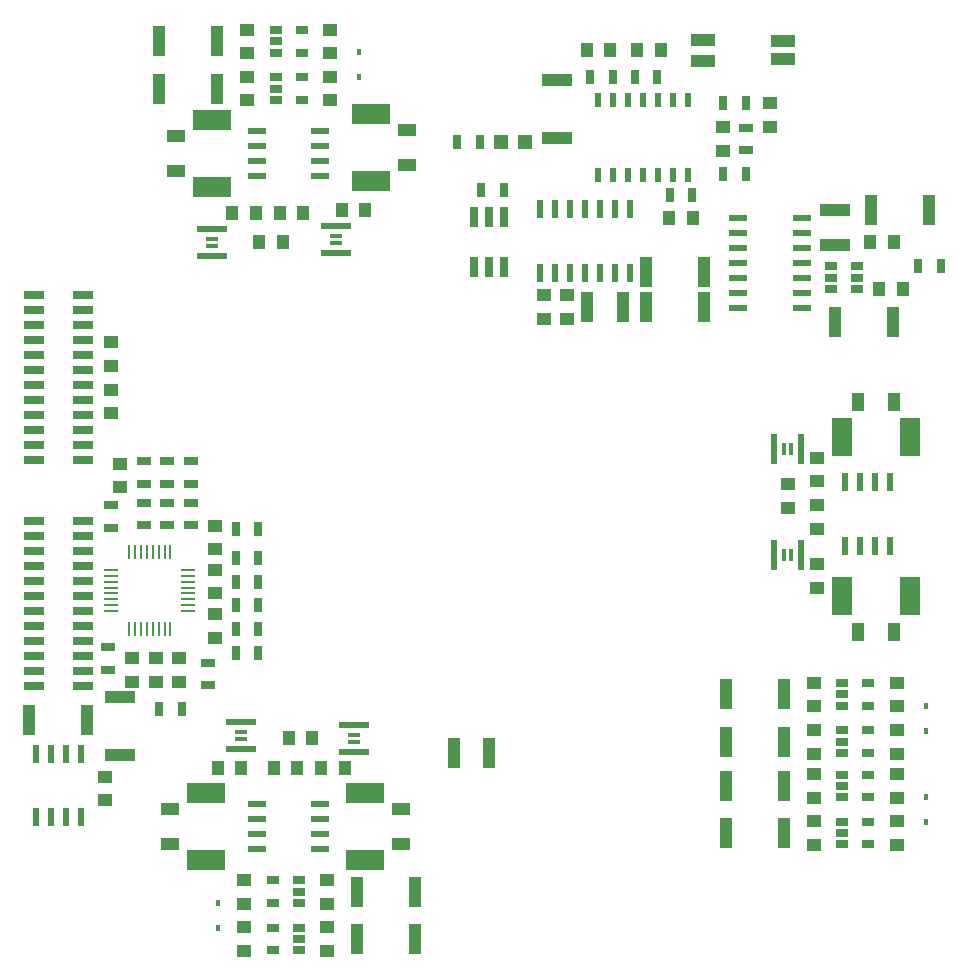
<source format=gbp>
G04 #@! TF.FileFunction,Paste,Bot*
%FSLAX46Y46*%
G04 Gerber Fmt 4.6, Leading zero omitted, Abs format (unit mm)*
G04 Created by KiCad (PCBNEW 4.0.5+dfsg1-4) date Tue May 23 10:56:57 2017*
%MOMM*%
%LPD*%
G01*
G04 APERTURE LIST*
%ADD10C,0.100000*%
%ADD11R,0.760000X1.800000*%
%ADD12R,2.000000X1.000000*%
%ADD13R,0.700000X1.300000*%
%ADD14R,1.200000X0.280000*%
%ADD15R,0.280000X1.200000*%
%ADD16R,0.600000X1.550000*%
%ADD17R,1.300000X0.700000*%
%ADD18R,1.250000X1.000000*%
%ADD19R,1.000000X1.250000*%
%ADD20R,2.500000X1.000000*%
%ADD21R,1.000000X2.500000*%
%ADD22R,3.180000X1.655000*%
%ADD23R,1.655000X3.180000*%
%ADD24R,1.550000X0.600000*%
%ADD25R,1.600000X1.000000*%
%ADD26R,1.000000X1.600000*%
%ADD27R,0.450000X0.590000*%
%ADD28R,2.600000X0.510000*%
%ADD29R,0.510000X2.600000*%
%ADD30R,1.060000X0.650000*%
%ADD31R,1.500000X0.600000*%
%ADD32R,0.508000X1.143000*%
%ADD33R,0.600000X1.500000*%
%ADD34R,1.800000X0.760000*%
%ADD35R,1.198880X1.198880*%
%ADD36R,1.000000X0.400000*%
%ADD37R,0.400000X1.000000*%
G04 APERTURE END LIST*
D10*
D11*
X101270000Y-81100000D03*
X101270000Y-76900000D03*
X100000000Y-81100000D03*
X100000000Y-76900000D03*
X98730000Y-81100000D03*
X98730000Y-76900000D03*
D12*
X118100000Y-63660908D03*
X118100000Y-61860908D03*
X124900000Y-63510908D03*
X124900000Y-62010908D03*
D13*
X114200000Y-65000000D03*
X112300000Y-65000000D03*
D14*
X74500000Y-106750000D03*
X74500000Y-107250000D03*
X74500000Y-107750000D03*
X74500000Y-108250000D03*
X74500000Y-108750000D03*
X74500000Y-109250000D03*
X74500000Y-109750000D03*
X74500000Y-110250000D03*
D15*
X73000000Y-111750000D03*
X72500000Y-111750000D03*
X72000000Y-111750000D03*
X71500000Y-111750000D03*
X71000000Y-111750000D03*
X70500000Y-111750000D03*
X70000000Y-111750000D03*
X69500000Y-111750000D03*
D14*
X68000000Y-110250000D03*
X68000000Y-109750000D03*
X68000000Y-109250000D03*
X68000000Y-108750000D03*
X68000000Y-108250000D03*
X68000000Y-107750000D03*
X68000000Y-107250000D03*
X68000000Y-106750000D03*
D15*
X69500000Y-105250000D03*
X70000000Y-105250000D03*
X70500000Y-105250000D03*
X71000000Y-105250000D03*
X71500000Y-105250000D03*
X72000000Y-105250000D03*
X72500000Y-105250000D03*
X73000000Y-105250000D03*
D16*
X133905000Y-104700000D03*
X132635000Y-104700000D03*
X131365000Y-104700000D03*
X130095000Y-104700000D03*
X130095000Y-99300000D03*
X131365000Y-99300000D03*
X132635000Y-99300000D03*
X133905000Y-99300000D03*
D17*
X76200000Y-116500000D03*
X76200000Y-114600000D03*
D18*
X86250000Y-135000000D03*
X86250000Y-133000000D03*
D19*
X81750000Y-123500000D03*
X83750000Y-123500000D03*
D18*
X134500000Y-120300000D03*
X134500000Y-122300000D03*
D20*
X105750000Y-65300000D03*
X105750000Y-70200000D03*
D21*
X88800000Y-138000000D03*
X93700000Y-138000000D03*
D13*
X117200000Y-75000000D03*
X115300000Y-75000000D03*
D18*
X68000000Y-87500000D03*
X68000000Y-89500000D03*
X68000000Y-91500000D03*
X68000000Y-93500000D03*
D13*
X101200000Y-74600000D03*
X99300000Y-74600000D03*
D17*
X121750000Y-69300000D03*
X121750000Y-71200000D03*
D18*
X79500000Y-63000000D03*
X79500000Y-61000000D03*
X86500000Y-63000000D03*
X86500000Y-61000000D03*
X79500000Y-65000000D03*
X79500000Y-67000000D03*
X67500000Y-124250000D03*
X67500000Y-126250000D03*
D19*
X112500000Y-62750000D03*
X114500000Y-62750000D03*
X110250000Y-62750000D03*
X108250000Y-62750000D03*
D18*
X68750000Y-97750000D03*
X68750000Y-99750000D03*
X119750000Y-71250000D03*
X119750000Y-69250000D03*
D19*
X117250000Y-77000000D03*
X115250000Y-77000000D03*
D18*
X86250000Y-137000000D03*
X86250000Y-139000000D03*
X79250000Y-137000000D03*
X79250000Y-139000000D03*
X76750000Y-103000000D03*
X76750000Y-105000000D03*
X76750000Y-106750000D03*
X76750000Y-108750000D03*
X76750000Y-110500000D03*
X76750000Y-112500000D03*
X73750000Y-116250000D03*
X73750000Y-114250000D03*
X71750000Y-114250000D03*
X71750000Y-116250000D03*
X69750000Y-114250000D03*
X69750000Y-116250000D03*
D19*
X133000000Y-83000000D03*
X135000000Y-83000000D03*
X132250000Y-79000000D03*
X134250000Y-79000000D03*
X83000000Y-121000000D03*
X85000000Y-121000000D03*
D18*
X86500000Y-65000000D03*
X86500000Y-67000000D03*
X127500000Y-120300000D03*
X127500000Y-122300000D03*
D19*
X84250000Y-76500000D03*
X82250000Y-76500000D03*
D18*
X134500000Y-126050000D03*
X134500000Y-124050000D03*
X127500000Y-128050000D03*
X127500000Y-130050000D03*
D17*
X70750000Y-101050000D03*
X70750000Y-102950000D03*
X72750000Y-101050000D03*
X72750000Y-102950000D03*
D13*
X73950000Y-118500000D03*
X72050000Y-118500000D03*
D17*
X74750000Y-101050000D03*
X74750000Y-102950000D03*
X70750000Y-99450000D03*
X70750000Y-97550000D03*
X72750000Y-99450000D03*
X72750000Y-97550000D03*
D13*
X136299990Y-80999990D03*
X138199990Y-80999990D03*
D17*
X74750000Y-99450000D03*
X74750000Y-97550000D03*
X68000000Y-101300000D03*
X68000000Y-103200000D03*
D13*
X78550000Y-103250000D03*
X80450000Y-103250000D03*
X80450000Y-105750000D03*
X78550000Y-105750000D03*
X78550000Y-107750000D03*
X80450000Y-107750000D03*
X80450000Y-109750000D03*
X78550000Y-109750000D03*
X78550000Y-111750000D03*
X80450000Y-111750000D03*
X80450000Y-113750000D03*
X78550000Y-113750000D03*
D22*
X76000000Y-125642500D03*
X76000000Y-131357500D03*
X89500000Y-125642500D03*
X89500000Y-131357500D03*
X90000000Y-73857500D03*
X90000000Y-68142500D03*
X76500000Y-74357500D03*
X76500000Y-68642500D03*
D23*
X129892500Y-109000000D03*
X135607500Y-109000000D03*
X129892500Y-95500000D03*
X135607500Y-95500000D03*
D24*
X80300000Y-130405000D03*
X80300000Y-129135000D03*
X80300000Y-127865000D03*
X80300000Y-126595000D03*
X85700000Y-126595000D03*
X85700000Y-127865000D03*
X85700000Y-129135000D03*
X85700000Y-130405000D03*
D16*
X61645000Y-122300000D03*
X62915000Y-122300000D03*
X64185000Y-122300000D03*
X65455000Y-122300000D03*
X65455000Y-127700000D03*
X64185000Y-127700000D03*
X62915000Y-127700000D03*
X61645000Y-127700000D03*
D24*
X85700000Y-69595000D03*
X85700000Y-70865000D03*
X85700000Y-72135000D03*
X85700000Y-73405000D03*
X80300000Y-73405000D03*
X80300000Y-72135000D03*
X80300000Y-70865000D03*
X80300000Y-69595000D03*
D25*
X73000000Y-127000000D03*
X73000000Y-130000000D03*
X92500000Y-127000000D03*
X92500000Y-130000000D03*
X93000000Y-72500000D03*
X93000000Y-69500000D03*
X73500000Y-73000000D03*
X73500000Y-70000000D03*
D26*
X131250000Y-112000000D03*
X134250000Y-112000000D03*
X131250000Y-92500000D03*
X134250000Y-92500000D03*
D13*
X110450000Y-65000000D03*
X108550000Y-65000000D03*
D18*
X134500000Y-128050000D03*
X134500000Y-130050000D03*
X127750000Y-103250000D03*
X127750000Y-101250000D03*
X125250000Y-101500000D03*
X125250000Y-99500000D03*
D27*
X137000000Y-125995000D03*
X137000000Y-128105000D03*
D19*
X79000000Y-123500000D03*
X77000000Y-123500000D03*
D28*
X79000000Y-119605000D03*
X79000000Y-121895000D03*
D19*
X87750000Y-123500000D03*
X85750000Y-123500000D03*
D28*
X88500000Y-119855000D03*
X88500000Y-122145000D03*
D19*
X87500000Y-76250000D03*
X89500000Y-76250000D03*
D28*
X87000000Y-79895000D03*
X87000000Y-77605000D03*
D19*
X78250000Y-76500000D03*
X80250000Y-76500000D03*
D28*
X76500000Y-80145000D03*
X76500000Y-77855000D03*
D18*
X127750000Y-106250000D03*
X127750000Y-108250000D03*
D29*
X124105000Y-105500000D03*
X126395000Y-105500000D03*
D18*
X127750000Y-97250000D03*
X127750000Y-99250000D03*
D29*
X124105000Y-96500000D03*
X126395000Y-96500000D03*
D30*
X81900000Y-62950000D03*
X81900000Y-62000000D03*
X81900000Y-61050000D03*
X84100000Y-61050000D03*
X84100000Y-62950000D03*
X81900000Y-66950000D03*
X81900000Y-66000000D03*
X81900000Y-65050000D03*
X84100000Y-65050000D03*
X84100000Y-66950000D03*
X129900000Y-118250000D03*
X129900000Y-117300000D03*
X129900000Y-116350000D03*
X132100000Y-116350000D03*
X132100000Y-118250000D03*
X129900000Y-122250000D03*
X129900000Y-121300000D03*
X129900000Y-120350000D03*
X132100000Y-120350000D03*
X132100000Y-122250000D03*
X129900000Y-126000000D03*
X129900000Y-125050000D03*
X129900000Y-124100000D03*
X132100000Y-124100000D03*
X132100000Y-126000000D03*
X129900000Y-130000000D03*
X129900000Y-129050000D03*
X129900000Y-128100000D03*
X132100000Y-128100000D03*
X132100000Y-130000000D03*
D20*
X129250000Y-79250000D03*
X129250000Y-76250000D03*
D18*
X79250000Y-135000000D03*
X79250000Y-133000000D03*
X127500000Y-118300000D03*
X127500000Y-116300000D03*
X134500000Y-118300000D03*
X134500000Y-116300000D03*
X127500000Y-126050000D03*
X127500000Y-124050000D03*
D19*
X82500000Y-79000000D03*
X80500000Y-79000000D03*
D27*
X77000000Y-137055000D03*
X77000000Y-134945000D03*
X89000000Y-62945000D03*
X89000000Y-65055000D03*
X137000000Y-118245000D03*
X137000000Y-120355000D03*
D20*
X68750000Y-122450000D03*
X68750000Y-117550000D03*
D21*
X61050000Y-119500000D03*
X65950000Y-119500000D03*
X88800000Y-134000000D03*
X93700000Y-134000000D03*
X76950000Y-62000000D03*
X72050000Y-62000000D03*
X76950000Y-66000000D03*
X72050000Y-66000000D03*
X124950000Y-117300000D03*
X120050000Y-117300000D03*
X124950000Y-121300000D03*
X120050000Y-121300000D03*
X124950000Y-125050000D03*
X120050000Y-125050000D03*
X124950000Y-129050000D03*
X120050000Y-129050000D03*
X129300000Y-85750000D03*
X134200000Y-85750000D03*
X132300000Y-76250000D03*
X137200000Y-76250000D03*
D30*
X128900000Y-82950000D03*
X128900000Y-82000000D03*
X128900000Y-81050000D03*
X131100000Y-81050000D03*
X131100000Y-82950000D03*
X131100000Y-82000000D03*
D31*
X121050000Y-84560000D03*
X121050000Y-83290000D03*
X121050000Y-82020000D03*
X121050000Y-80750000D03*
X121050000Y-79480000D03*
X121050000Y-78210000D03*
X121050000Y-76940000D03*
X126450000Y-76940000D03*
X126450000Y-78210000D03*
X126450000Y-79480000D03*
X126450000Y-80750000D03*
X126450000Y-82020000D03*
X126450000Y-83290000D03*
X126450000Y-84560000D03*
D32*
X109180000Y-66948000D03*
X110450000Y-66948000D03*
X111720000Y-66948000D03*
X112990000Y-66948000D03*
X114260000Y-66948000D03*
X115530000Y-66948000D03*
X116800000Y-66948000D03*
X116800000Y-73298000D03*
X115530000Y-73298000D03*
X112990000Y-73298000D03*
X111720000Y-73298000D03*
X110450000Y-73298000D03*
X109180000Y-73298000D03*
X114260000Y-73298000D03*
D30*
X83850000Y-137050000D03*
X83850000Y-138000000D03*
X83850000Y-138950000D03*
X81650000Y-138950000D03*
X81650000Y-137050000D03*
X83850000Y-133050000D03*
X83850000Y-134000000D03*
X83850000Y-134950000D03*
X81650000Y-134950000D03*
X81650000Y-133050000D03*
D18*
X104601790Y-83500000D03*
X104601790Y-85500000D03*
X123750000Y-69250000D03*
X123750000Y-67250000D03*
D21*
X108301790Y-84500000D03*
X111301790Y-84500000D03*
D18*
X106601790Y-83500000D03*
X106601790Y-85500000D03*
D17*
X67750000Y-113300000D03*
X67750000Y-115200000D03*
D21*
X118200000Y-84500000D03*
X113300000Y-84500000D03*
D13*
X119800000Y-67250000D03*
X121700000Y-67250000D03*
X121700000Y-73250000D03*
X119800000Y-73250000D03*
D21*
X113300000Y-81500000D03*
X118200000Y-81500000D03*
D33*
X104300000Y-76200000D03*
X105570000Y-76200000D03*
X106840000Y-76200000D03*
X108110000Y-76200000D03*
X109380000Y-76200000D03*
X110650000Y-76200000D03*
X111920000Y-76200000D03*
X111920000Y-81600000D03*
X110650000Y-81600000D03*
X109380000Y-81600000D03*
X108110000Y-81600000D03*
X106840000Y-81600000D03*
X105570000Y-81600000D03*
X104300000Y-81600000D03*
D34*
X65620000Y-102575000D03*
X61420000Y-102575000D03*
X65620000Y-103845000D03*
X61420000Y-103845000D03*
X65620000Y-105115000D03*
X61420000Y-105115000D03*
X65620000Y-106385000D03*
X61420000Y-106385000D03*
X65620000Y-107655000D03*
X61420000Y-107655000D03*
X65620000Y-108925000D03*
X61420000Y-108925000D03*
X65620000Y-110195000D03*
X61420000Y-110195000D03*
X65620000Y-111465000D03*
X61420000Y-111465000D03*
X65620000Y-112735000D03*
X61420000Y-112735000D03*
X65620000Y-114005000D03*
X61420000Y-114005000D03*
X65620000Y-115275000D03*
X61420000Y-115275000D03*
X65620000Y-116545000D03*
X61420000Y-116545000D03*
X65620000Y-83455000D03*
X61420000Y-83455000D03*
X65620000Y-84725000D03*
X61420000Y-84725000D03*
X65620000Y-85995000D03*
X61420000Y-85995000D03*
X65620000Y-87265000D03*
X61420000Y-87265000D03*
X65620000Y-88535000D03*
X61420000Y-88535000D03*
X65620000Y-89805000D03*
X61420000Y-89805000D03*
X65620000Y-91075000D03*
X61420000Y-91075000D03*
X65620000Y-92345000D03*
X61420000Y-92345000D03*
X65620000Y-93615000D03*
X61420000Y-93615000D03*
X65620000Y-94885000D03*
X61420000Y-94885000D03*
X65620000Y-96155000D03*
X61420000Y-96155000D03*
X65620000Y-97425000D03*
X61420000Y-97425000D03*
D21*
X97000000Y-122250000D03*
X100000000Y-122250000D03*
D35*
X103049020Y-70500000D03*
X100950980Y-70500000D03*
D13*
X99200000Y-70500000D03*
X97300000Y-70500000D03*
D36*
X79000000Y-121050000D03*
X79000000Y-120450000D03*
X88500000Y-120700000D03*
X88500000Y-121300000D03*
X87000000Y-78450000D03*
X87000000Y-79050000D03*
X76500000Y-79300000D03*
X76500000Y-78700000D03*
D37*
X125550000Y-105500000D03*
X124950000Y-105500000D03*
X124950000Y-96500000D03*
X125550000Y-96500000D03*
M02*

</source>
